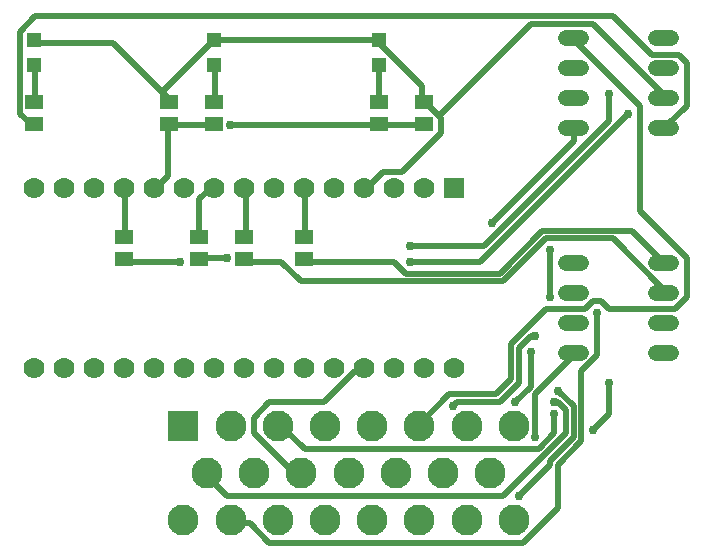
<source format=gbr>
G04 EAGLE Gerber X2 export*
%TF.Part,Single*%
%TF.FileFunction,Copper,L1,Top,Mixed*%
%TF.FilePolarity,Positive*%
%TF.GenerationSoftware,Autodesk,EAGLE,9.1.3*%
%TF.CreationDate,2020-03-28T12:55:41Z*%
G75*
%MOMM*%
%FSLAX34Y34*%
%LPD*%
%AMOC8*
5,1,8,0,0,1.08239X$1,22.5*%
G01*
%ADD10R,1.200000X1.200000*%
%ADD11C,1.320800*%
%ADD12R,2.625000X2.625000*%
%ADD13C,2.625000*%
%ADD14R,1.778000X1.778000*%
%ADD15C,1.778000*%
%ADD16R,1.500000X1.300000*%
%ADD17C,0.508000*%
%ADD18C,0.756400*%


D10*
X190500Y455000D03*
X190500Y434000D03*
D11*
X488696Y266700D02*
X501904Y266700D01*
X501904Y241300D02*
X488696Y241300D01*
X564896Y190500D02*
X578104Y190500D01*
X578104Y215900D02*
X564896Y215900D01*
X501904Y215900D02*
X488696Y215900D01*
X488696Y190500D02*
X501904Y190500D01*
X564896Y241300D02*
X578104Y241300D01*
X578104Y266700D02*
X564896Y266700D01*
X501904Y457200D02*
X488696Y457200D01*
X488696Y431800D02*
X501904Y431800D01*
X564896Y381000D02*
X578104Y381000D01*
X578104Y406400D02*
X564896Y406400D01*
X501904Y406400D02*
X488696Y406400D01*
X488696Y381000D02*
X501904Y381000D01*
X564896Y431800D02*
X578104Y431800D01*
X578104Y457200D02*
X564896Y457200D01*
D12*
X164800Y128900D03*
D13*
X204800Y128900D03*
X244800Y128900D03*
X284800Y128900D03*
X324800Y128900D03*
X364800Y128900D03*
X404800Y128900D03*
X444800Y128900D03*
X184800Y88900D03*
X224800Y88900D03*
X264800Y88900D03*
X304800Y88900D03*
X344800Y88900D03*
X384800Y88900D03*
X424800Y88900D03*
X164800Y48900D03*
X204800Y48900D03*
X244800Y48900D03*
X284800Y48900D03*
X324800Y48900D03*
X364800Y48900D03*
X404800Y48900D03*
X444800Y48900D03*
D14*
X393700Y330200D03*
D15*
X368300Y330200D03*
X342900Y330200D03*
X317500Y330200D03*
X292100Y330200D03*
X266700Y330200D03*
X241300Y330200D03*
X215900Y330200D03*
X190500Y330200D03*
X165100Y330200D03*
X139700Y330200D03*
X114300Y330200D03*
X88900Y330200D03*
X63500Y330200D03*
X38100Y330200D03*
X393700Y177800D03*
X368300Y177800D03*
X342900Y177800D03*
X317500Y177800D03*
X292100Y177800D03*
X266700Y177800D03*
X241300Y177800D03*
X215900Y177800D03*
X190500Y177800D03*
X165100Y177800D03*
X139700Y177800D03*
X114300Y177800D03*
X88900Y177800D03*
X63500Y177800D03*
X38100Y177800D03*
D10*
X330200Y455000D03*
X330200Y434000D03*
X38100Y455000D03*
X38100Y434000D03*
D16*
X266700Y269900D03*
X266700Y288900D03*
X215900Y269900D03*
X215900Y288900D03*
X177800Y269900D03*
X177800Y288900D03*
X114300Y269900D03*
X114300Y288900D03*
X38100Y384200D03*
X38100Y403200D03*
X190500Y384200D03*
X190500Y403200D03*
X330200Y384200D03*
X330200Y403200D03*
X152400Y384200D03*
X152400Y403200D03*
X368300Y384200D03*
X368300Y403200D03*
D17*
X105664Y452374D02*
X39624Y452374D01*
X146939Y411099D02*
X151892Y406146D01*
X146939Y411099D02*
X105664Y452374D01*
X39624Y452374D02*
X38100Y455000D01*
X151892Y406146D02*
X152400Y403200D01*
X146939Y411099D02*
X188214Y452374D01*
X190500Y455000D01*
X330200Y452374D02*
X366522Y416052D01*
X366522Y406146D01*
X330200Y452374D02*
X330200Y455000D01*
X366522Y406146D02*
X368300Y403200D01*
X381381Y391287D02*
X383032Y389636D01*
X381381Y391287D02*
X369824Y402844D01*
X383032Y389636D02*
X383032Y376428D01*
X350012Y343408D01*
X333502Y343408D01*
X320294Y330200D01*
X368300Y403200D02*
X369824Y402844D01*
X320294Y330200D02*
X317500Y330200D01*
X330200Y455676D02*
X191516Y455676D01*
X190500Y455000D01*
X330200Y455000D02*
X330200Y455676D01*
X511810Y468884D02*
X571246Y409448D01*
X511810Y468884D02*
X458978Y468884D01*
X381381Y391287D01*
X571500Y406400D02*
X571246Y409448D01*
X525018Y165100D02*
X525018Y138684D01*
X511810Y125476D01*
D18*
X525018Y165100D03*
X511810Y125476D03*
D17*
X462280Y204724D02*
X458978Y204724D01*
X449072Y194818D01*
X449072Y165100D01*
X432562Y148590D01*
X396240Y148590D01*
X392938Y145288D01*
D18*
X462280Y204724D03*
X392938Y145288D03*
D17*
X478790Y138684D02*
X478790Y122174D01*
X465582Y108966D01*
X267462Y108966D01*
X247650Y128778D01*
X244800Y128900D01*
D18*
X478790Y138684D03*
D17*
X462280Y155194D02*
X495300Y188214D01*
X462280Y155194D02*
X462280Y118872D01*
X495300Y188214D02*
X495300Y190500D01*
D18*
X462280Y118872D03*
D17*
X343408Y267462D02*
X267462Y267462D01*
X343408Y267462D02*
X353314Y257556D01*
X432562Y257556D01*
X468884Y293878D01*
X544830Y293878D01*
X571246Y267462D01*
X267462Y267462D02*
X266700Y269900D01*
X571246Y267462D02*
X571500Y266700D01*
X247650Y267462D02*
X217932Y267462D01*
X247650Y267462D02*
X264160Y250952D01*
X435864Y250952D01*
X472186Y287274D01*
X528320Y287274D01*
X571246Y244348D01*
X217932Y267462D02*
X215900Y269900D01*
X571246Y244348D02*
X571500Y241300D01*
X316992Y175006D02*
X310388Y175006D01*
X283972Y148590D01*
X237744Y148590D01*
X224536Y135382D01*
X224536Y122174D01*
X257556Y89154D01*
X264160Y89154D01*
X316992Y175006D02*
X317500Y177800D01*
X264800Y88900D02*
X264160Y89154D01*
X36322Y386334D02*
X33020Y386334D01*
X26416Y392938D01*
X26416Y462280D01*
X39624Y475488D01*
X528320Y475488D01*
X561340Y442468D01*
X584454Y442468D01*
X591058Y435864D01*
X591058Y399542D01*
X574548Y383032D01*
X38100Y384200D02*
X36322Y386334D01*
X571500Y381000D02*
X574548Y383032D01*
X551434Y399542D02*
X495300Y455676D01*
X551434Y399542D02*
X551434Y310388D01*
X591058Y270764D01*
X591058Y237744D01*
X581152Y227838D01*
X525018Y227838D01*
X518414Y234442D01*
X511810Y234442D01*
X505206Y227838D01*
X472186Y227838D01*
X442468Y198120D01*
X442468Y168402D01*
X429260Y155194D01*
X389636Y155194D01*
X366522Y132080D01*
X495300Y455676D02*
X495300Y457200D01*
X366522Y132080D02*
X364800Y128900D01*
X475488Y237744D02*
X475488Y277368D01*
X458978Y191516D02*
X458978Y161798D01*
X445770Y148590D01*
D18*
X475488Y277368D03*
X475488Y237744D03*
X458978Y191516D03*
X445770Y148590D03*
D17*
X495300Y369824D02*
X495300Y381000D01*
X495300Y369824D02*
X425958Y300482D01*
X478790Y148590D02*
X482092Y148590D01*
X488696Y141986D01*
X488696Y122174D01*
X435864Y69342D01*
X201422Y69342D01*
X184912Y85852D01*
X184800Y88900D01*
D18*
X425958Y300482D03*
X478790Y148590D03*
D17*
X201422Y270764D02*
X178308Y270764D01*
X356616Y280670D02*
X419354Y280670D01*
X525018Y386334D01*
X525018Y409448D01*
X178308Y270764D02*
X177800Y269900D01*
D18*
X201422Y270764D03*
X356616Y280670D03*
X525018Y409448D03*
D17*
X161798Y267462D02*
X115570Y267462D01*
X356616Y267462D02*
X416052Y267462D01*
X541528Y392938D01*
X115570Y267462D02*
X114300Y269900D01*
D18*
X161798Y267462D03*
X356616Y267462D03*
X541528Y392938D03*
D17*
X267462Y330200D02*
X267462Y290576D01*
X266700Y288900D01*
X266700Y330200D02*
X267462Y330200D01*
X217932Y330200D02*
X217932Y290576D01*
X215900Y288900D01*
X215900Y330200D02*
X217932Y330200D01*
X178308Y320294D02*
X178308Y290576D01*
X178308Y320294D02*
X188214Y330200D01*
X178308Y290576D02*
X177800Y288900D01*
X188214Y330200D02*
X190500Y330200D01*
X115570Y330200D02*
X115570Y290576D01*
X114300Y288900D01*
X114300Y330200D02*
X115570Y330200D01*
X330200Y383032D02*
X366522Y383032D01*
X368300Y384200D01*
X330200Y383032D02*
X204724Y383032D01*
X330200Y383032D02*
X330200Y384200D01*
X221234Y46228D02*
X208026Y46228D01*
X221234Y46228D02*
X237744Y29718D01*
X452374Y29718D01*
X482092Y59436D01*
X482092Y95758D01*
X501904Y115570D01*
X501904Y175006D01*
X515112Y188214D01*
X515112Y224536D01*
X208026Y46228D02*
X204800Y48900D01*
D18*
X204724Y383032D03*
X515112Y224536D03*
D17*
X188214Y383032D02*
X155194Y383032D01*
X152400Y384200D01*
X188214Y383032D02*
X190500Y384200D01*
X151892Y383032D02*
X151892Y340106D01*
X141986Y330200D01*
X151892Y383032D02*
X152400Y384200D01*
X141986Y330200D02*
X139700Y330200D01*
X449072Y69342D02*
X475488Y95758D01*
X475488Y99060D01*
X495300Y118872D01*
X495300Y145288D01*
X482092Y158496D01*
D18*
X449072Y69342D03*
X482092Y158496D03*
D17*
X39624Y406146D02*
X39624Y432562D01*
X38100Y434000D01*
X39624Y406146D02*
X38100Y403200D01*
X191516Y406146D02*
X191516Y432562D01*
X190500Y434000D01*
X191516Y406146D02*
X190500Y403200D01*
X330200Y403200D02*
X330200Y434000D01*
M02*

</source>
